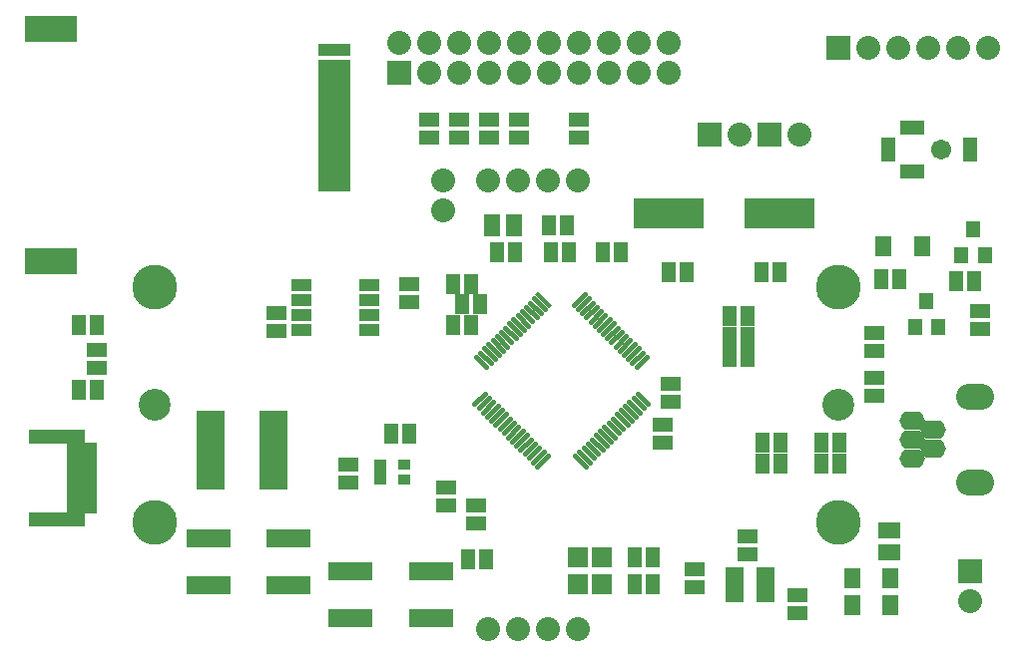
<source format=gts>
G04 (created by PCBNEW-RS274X (2011-05-25)-stable) date Mon 14 Nov 2011 21:00:14 CET*
G01*
G70*
G90*
%MOIN*%
G04 Gerber Fmt 3.4, Leading zero omitted, Abs format*
%FSLAX34Y34*%
G04 APERTURE LIST*
%ADD10C,0.006000*%
%ADD11R,0.098700X0.043600*%
%ADD12R,0.185400X0.047600*%
%ADD13R,0.080000X0.080000*%
%ADD14C,0.080000*%
%ADD15R,0.236500X0.098700*%
%ADD16R,0.065000X0.045000*%
%ADD17R,0.045000X0.065000*%
%ADD18R,0.055000X0.075000*%
%ADD19R,0.075000X0.055000*%
%ADD20R,0.055800X0.068000*%
%ADD21R,0.067200X0.043600*%
%ADD22C,0.015800*%
%ADD23R,0.051500X0.055400*%
%ADD24R,0.146000X0.059400*%
%ADD25R,0.110600X0.059400*%
%ADD26R,0.110600X0.039700*%
%ADD27R,0.177500X0.086900*%
%ADD28R,0.094800X0.036000*%
%ADD29R,0.040000X0.032000*%
%ADD30R,0.063300X0.043600*%
%ADD31C,0.106600*%
%ADD32C,0.149900*%
%ADD33R,0.067200X0.067200*%
%ADD34O,0.126300X0.086900*%
%ADD35O,0.085000X0.063300*%
%ADD36C,0.067200*%
%ADD37R,0.047600X0.079100*%
%ADD38R,0.079100X0.047600*%
G04 APERTURE END LIST*
G54D10*
G54D11*
X16929Y-49607D03*
X16929Y-50000D03*
X16929Y-50394D03*
X16929Y-50788D03*
X16929Y-51182D03*
X16929Y-51575D03*
G54D12*
X16102Y-49213D03*
X16102Y-51969D03*
G54D13*
X27550Y-37050D03*
G54D14*
X27550Y-36050D03*
X28550Y-37050D03*
X28550Y-36050D03*
X29550Y-37050D03*
X29550Y-36050D03*
X30550Y-37050D03*
X30550Y-36050D03*
X31550Y-37050D03*
X31550Y-36050D03*
X32550Y-37050D03*
X32550Y-36050D03*
X33550Y-37050D03*
X33550Y-36050D03*
X34550Y-37050D03*
X34550Y-36050D03*
X35550Y-37050D03*
X35550Y-36050D03*
X36550Y-37050D03*
X36550Y-36050D03*
G54D13*
X37900Y-39100D03*
G54D14*
X38900Y-39100D03*
G54D13*
X39900Y-39100D03*
G54D14*
X40900Y-39100D03*
G54D13*
X46600Y-53700D03*
G54D14*
X46600Y-54700D03*
G54D15*
X40250Y-41750D03*
X36550Y-41750D03*
G54D16*
X23425Y-45074D03*
X23425Y-45674D03*
X27854Y-44690D03*
X27854Y-44090D03*
G54D17*
X46150Y-44000D03*
X46750Y-44000D03*
X36000Y-53250D03*
X35400Y-53250D03*
X36000Y-54150D03*
X35400Y-54150D03*
X29850Y-53300D03*
X30450Y-53300D03*
X33200Y-43050D03*
X32600Y-43050D03*
X41629Y-49409D03*
X42229Y-49409D03*
X41629Y-50098D03*
X42229Y-50098D03*
G54D16*
X33550Y-38600D03*
X33550Y-39200D03*
X31550Y-38600D03*
X31550Y-39200D03*
X30550Y-38600D03*
X30550Y-39200D03*
X29550Y-38600D03*
X29550Y-39200D03*
X28550Y-38600D03*
X28550Y-39200D03*
X43400Y-46350D03*
X43400Y-45750D03*
X46950Y-45600D03*
X46950Y-45000D03*
G54D17*
X44250Y-43950D03*
X43650Y-43950D03*
X32550Y-42150D03*
X33150Y-42150D03*
G54D16*
X39173Y-53154D03*
X39173Y-52554D03*
X37400Y-53650D03*
X37400Y-54250D03*
X36614Y-47436D03*
X36614Y-48036D03*
X30100Y-51500D03*
X30100Y-52100D03*
G54D17*
X36550Y-43700D03*
X37150Y-43700D03*
X40250Y-43700D03*
X39650Y-43700D03*
X29926Y-45472D03*
X29326Y-45472D03*
X38578Y-45177D03*
X39178Y-45177D03*
G54D16*
X40846Y-54523D03*
X40846Y-55123D03*
G54D17*
X40261Y-49409D03*
X39661Y-49409D03*
X30221Y-44783D03*
X29621Y-44783D03*
X40261Y-50098D03*
X39661Y-50098D03*
X34950Y-43050D03*
X34350Y-43050D03*
X38578Y-46555D03*
X39178Y-46555D03*
G54D16*
X36319Y-49414D03*
X36319Y-48814D03*
G54D17*
X30800Y-43050D03*
X31400Y-43050D03*
G54D16*
X43406Y-47839D03*
X43406Y-47239D03*
X29100Y-50900D03*
X29100Y-51500D03*
G54D17*
X38578Y-45866D03*
X39178Y-45866D03*
X29926Y-44094D03*
X29326Y-44094D03*
G54D18*
X31375Y-42150D03*
X30625Y-42150D03*
G54D19*
X43900Y-52325D03*
X43900Y-53075D03*
G54D20*
X42655Y-54850D03*
X43945Y-54850D03*
X42655Y-53950D03*
X43945Y-53950D03*
X43705Y-42850D03*
X44995Y-42850D03*
G54D21*
X26536Y-45632D03*
X26536Y-45132D03*
X26536Y-44632D03*
X26536Y-44132D03*
X24252Y-44132D03*
X24252Y-44632D03*
X24252Y-45132D03*
X24252Y-45632D03*
G54D10*
G36*
X32183Y-44333D02*
X32649Y-44799D01*
X32537Y-44911D01*
X32071Y-44445D01*
X32183Y-44333D01*
X32183Y-44333D01*
G37*
G54D22*
X32397Y-44938D02*
X32043Y-44584D01*
X32258Y-45078D02*
X31904Y-44724D01*
X32119Y-45217D02*
X31765Y-44863D01*
X31979Y-45356D02*
X31625Y-45002D01*
X31841Y-45495D02*
X31487Y-45141D01*
X31701Y-45634D02*
X31347Y-45280D01*
X31562Y-45774D02*
X31208Y-45420D01*
X31423Y-45913D02*
X31069Y-45559D01*
X31284Y-46052D02*
X30930Y-45698D01*
X31144Y-46191D02*
X30790Y-45837D01*
X31006Y-46330D02*
X30652Y-45976D01*
X30866Y-46469D02*
X30512Y-46115D01*
X30727Y-46609D02*
X30373Y-46255D01*
X30588Y-46748D02*
X30234Y-46394D01*
X30448Y-46887D02*
X30094Y-46533D01*
X30404Y-47759D02*
X30050Y-48113D01*
X30543Y-47898D02*
X30189Y-48252D01*
X30683Y-48037D02*
X30329Y-48391D01*
X30822Y-48177D02*
X30468Y-48531D01*
X30961Y-48316D02*
X30607Y-48670D01*
X31100Y-48454D02*
X30746Y-48808D01*
X31239Y-48594D02*
X30885Y-48948D01*
X31378Y-48733D02*
X31024Y-49087D01*
X31518Y-48872D02*
X31164Y-49226D01*
X31657Y-49012D02*
X31303Y-49366D01*
X31796Y-49151D02*
X31442Y-49505D01*
X31935Y-49290D02*
X31581Y-49644D01*
X32074Y-49429D02*
X31720Y-49783D01*
X32213Y-49568D02*
X31859Y-49922D01*
X32353Y-49707D02*
X31999Y-50061D01*
X32492Y-49847D02*
X32138Y-50201D01*
X33762Y-50201D02*
X33408Y-49847D01*
X33901Y-50061D02*
X33547Y-49707D01*
X34041Y-49922D02*
X33687Y-49568D01*
X34180Y-49783D02*
X33826Y-49429D01*
X34319Y-49644D02*
X33965Y-49290D01*
X34458Y-49505D02*
X34104Y-49151D01*
X34597Y-49366D02*
X34243Y-49012D01*
X34736Y-49226D02*
X34382Y-48872D01*
X34876Y-49087D02*
X34522Y-48733D01*
X35015Y-48948D02*
X34661Y-48594D01*
X35154Y-48808D02*
X34800Y-48454D01*
X35293Y-48670D02*
X34939Y-48316D01*
X35432Y-48531D02*
X35078Y-48177D01*
X35571Y-48391D02*
X35217Y-48037D01*
X35711Y-48252D02*
X35357Y-47898D01*
X35850Y-48113D02*
X35496Y-47759D01*
X35806Y-46533D02*
X35452Y-46887D01*
X35666Y-46394D02*
X35312Y-46748D01*
X35388Y-46115D02*
X35034Y-46469D01*
X35532Y-46250D02*
X35178Y-46604D01*
X35248Y-45976D02*
X34894Y-46330D01*
X35110Y-45837D02*
X34756Y-46191D01*
X34970Y-45698D02*
X34616Y-46052D01*
X34831Y-45559D02*
X34477Y-45913D01*
X34692Y-45420D02*
X34338Y-45774D01*
X34553Y-45280D02*
X34199Y-45634D01*
X34415Y-45143D02*
X34061Y-45497D01*
X34276Y-45004D02*
X33922Y-45358D01*
X34137Y-44865D02*
X33783Y-45219D01*
X33997Y-44725D02*
X33643Y-45079D01*
X33859Y-44587D02*
X33505Y-44941D01*
X33720Y-44447D02*
X33366Y-44801D01*
G54D13*
X42200Y-36200D03*
G54D14*
X43200Y-36200D03*
X44200Y-36200D03*
X45200Y-36200D03*
X46200Y-36200D03*
X47200Y-36200D03*
G54D23*
X46306Y-43133D03*
X47094Y-43133D03*
X46700Y-42267D03*
X44756Y-45533D03*
X45544Y-45533D03*
X45150Y-44667D03*
G54D24*
X21161Y-54187D03*
X21161Y-52613D03*
X23839Y-52613D03*
X23839Y-54187D03*
X25911Y-55287D03*
X25911Y-53713D03*
X28589Y-53713D03*
X28589Y-55287D03*
G54D25*
X25353Y-40694D03*
X25353Y-40194D03*
X25353Y-39194D03*
X25353Y-39694D03*
X25353Y-38694D03*
X25353Y-38194D03*
X25353Y-37694D03*
X25353Y-37194D03*
G54D26*
X25353Y-36800D03*
X25353Y-36289D03*
G54D27*
X15904Y-35572D03*
X15904Y-43328D03*
G54D28*
X21250Y-48500D03*
X21250Y-48750D03*
X21250Y-49010D03*
X21250Y-49270D03*
X21250Y-49520D03*
X21250Y-49780D03*
X21250Y-50040D03*
X21250Y-50290D03*
X21250Y-50550D03*
X21250Y-50800D03*
X23350Y-50800D03*
X23350Y-50550D03*
X23350Y-50290D03*
X23350Y-50040D03*
X23350Y-49780D03*
X23350Y-49520D03*
X23350Y-49270D03*
X23350Y-49010D03*
X23350Y-48750D03*
X23350Y-48500D03*
G54D17*
X27259Y-49114D03*
X27859Y-49114D03*
X16826Y-45472D03*
X17426Y-45472D03*
G54D16*
X17450Y-46900D03*
X17450Y-46300D03*
G54D17*
X16826Y-47638D03*
X17426Y-47638D03*
G54D16*
X25850Y-50150D03*
X25850Y-50750D03*
G54D29*
X26900Y-50150D03*
X26900Y-50650D03*
X27700Y-50150D03*
X26900Y-50400D03*
X27700Y-50650D03*
G54D30*
X38738Y-53776D03*
X38738Y-54150D03*
X38738Y-54524D03*
X39762Y-53776D03*
X39762Y-54150D03*
X39762Y-54524D03*
G54D31*
X19383Y-48150D03*
X42217Y-48150D03*
G54D32*
X19383Y-52087D03*
X19383Y-44213D03*
X42217Y-52087D03*
X42217Y-44213D03*
G54D14*
X33509Y-55650D03*
X32509Y-55650D03*
X31509Y-55650D03*
X30509Y-55650D03*
X33509Y-40650D03*
X32509Y-40650D03*
X31509Y-40650D03*
X30509Y-40650D03*
X29009Y-40650D03*
X29009Y-41650D03*
G54D33*
X34313Y-53250D03*
X33487Y-53250D03*
X34313Y-54150D03*
X33487Y-54150D03*
G54D34*
X46761Y-50737D03*
X46761Y-47863D03*
G54D35*
X44665Y-49930D03*
X44665Y-49300D03*
X44665Y-48670D03*
X45353Y-49615D03*
X45353Y-48985D03*
G54D36*
X45650Y-39600D03*
G54D37*
X46595Y-39600D03*
G54D38*
X44666Y-40328D03*
X44666Y-38872D03*
G54D37*
X43878Y-39600D03*
M02*

</source>
